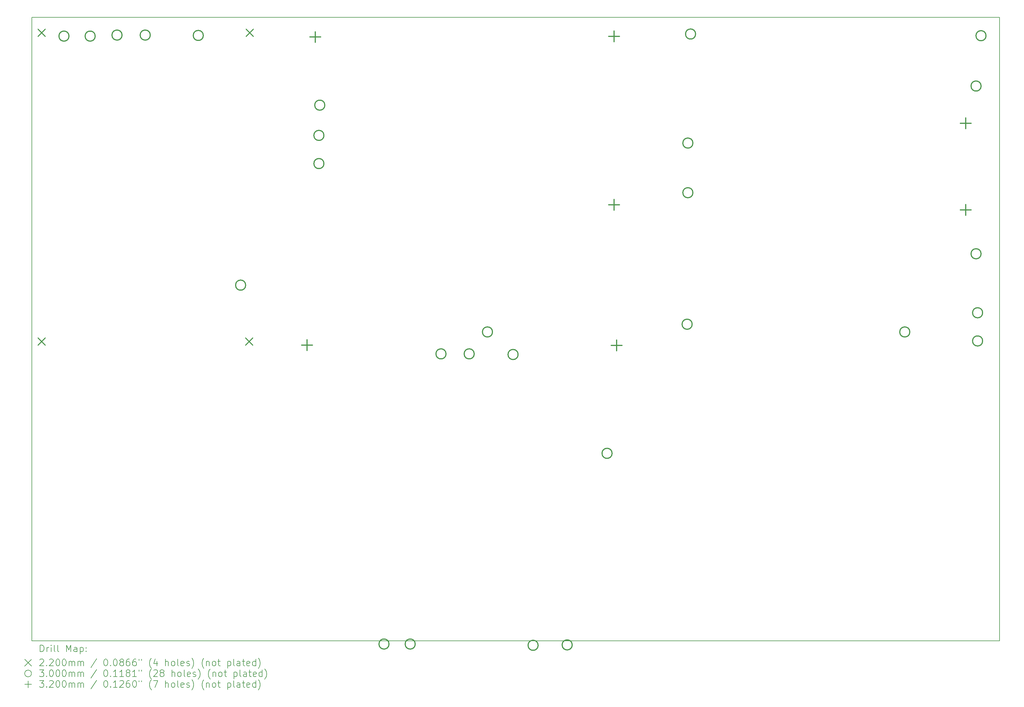
<source format=gbr>
%TF.GenerationSoftware,KiCad,Pcbnew,8.0.0*%
%TF.CreationDate,2024-03-30T18:44:11+01:00*%
%TF.ProjectId,schematic-main _ kopia,73636865-6d61-4746-9963-2d6d61696e20,rev?*%
%TF.SameCoordinates,Original*%
%TF.FileFunction,Drillmap*%
%TF.FilePolarity,Positive*%
%FSLAX45Y45*%
G04 Gerber Fmt 4.5, Leading zero omitted, Abs format (unit mm)*
G04 Created by KiCad (PCBNEW 8.0.0) date 2024-03-30 18:44:11*
%MOMM*%
%LPD*%
G01*
G04 APERTURE LIST*
%ADD10C,0.200000*%
%ADD11C,0.220000*%
%ADD12C,0.300000*%
%ADD13C,0.320000*%
G04 APERTURE END LIST*
D10*
X-9770000Y-1550000D02*
X19050000Y-1550000D01*
X19050000Y-20140000D01*
X-9770000Y-20140000D01*
X-9770000Y-1550000D01*
D11*
X-9590000Y-1900000D02*
X-9370000Y-2120000D01*
X-9370000Y-1900000D02*
X-9590000Y-2120000D01*
X-9590000Y-11100000D02*
X-9370000Y-11320000D01*
X-9370000Y-11100000D02*
X-9590000Y-11320000D01*
X-3410000Y-11100000D02*
X-3190000Y-11320000D01*
X-3190000Y-11100000D02*
X-3410000Y-11320000D01*
X-3390000Y-1900000D02*
X-3170000Y-2120000D01*
X-3170000Y-1900000D02*
X-3390000Y-2120000D01*
D12*
X-8661575Y-2112190D02*
G75*
G02*
X-8961575Y-2112190I-150000J0D01*
G01*
X-8961575Y-2112190D02*
G75*
G02*
X-8661575Y-2112190I150000J0D01*
G01*
X-7881575Y-2112190D02*
G75*
G02*
X-8181575Y-2112190I-150000J0D01*
G01*
X-8181575Y-2112190D02*
G75*
G02*
X-7881575Y-2112190I150000J0D01*
G01*
X-7081575Y-2081290D02*
G75*
G02*
X-7381575Y-2081290I-150000J0D01*
G01*
X-7381575Y-2081290D02*
G75*
G02*
X-7081575Y-2081290I150000J0D01*
G01*
X-6241575Y-2081290D02*
G75*
G02*
X-6541575Y-2081290I-150000J0D01*
G01*
X-6541575Y-2081290D02*
G75*
G02*
X-6241575Y-2081290I150000J0D01*
G01*
X-4661575Y-2092190D02*
G75*
G02*
X-4961575Y-2092190I-150000J0D01*
G01*
X-4961575Y-2092190D02*
G75*
G02*
X-4661575Y-2092190I150000J0D01*
G01*
X-3400000Y-9535000D02*
G75*
G02*
X-3700000Y-9535000I-150000J0D01*
G01*
X-3700000Y-9535000D02*
G75*
G02*
X-3400000Y-9535000I150000J0D01*
G01*
X-1068710Y-5071575D02*
G75*
G02*
X-1368710Y-5071575I-150000J0D01*
G01*
X-1368710Y-5071575D02*
G75*
G02*
X-1068710Y-5071575I150000J0D01*
G01*
X-1068710Y-5911575D02*
G75*
G02*
X-1368710Y-5911575I-150000J0D01*
G01*
X-1368710Y-5911575D02*
G75*
G02*
X-1068710Y-5911575I150000J0D01*
G01*
X-1042500Y-4170000D02*
G75*
G02*
X-1342500Y-4170000I-150000J0D01*
G01*
X-1342500Y-4170000D02*
G75*
G02*
X-1042500Y-4170000I150000J0D01*
G01*
X870000Y-20232500D02*
G75*
G02*
X570000Y-20232500I-150000J0D01*
G01*
X570000Y-20232500D02*
G75*
G02*
X870000Y-20232500I150000J0D01*
G01*
X1650000Y-20232500D02*
G75*
G02*
X1350000Y-20232500I-150000J0D01*
G01*
X1350000Y-20232500D02*
G75*
G02*
X1650000Y-20232500I150000J0D01*
G01*
X2566850Y-11583480D02*
G75*
G02*
X2266850Y-11583480I-150000J0D01*
G01*
X2266850Y-11583480D02*
G75*
G02*
X2566850Y-11583480I150000J0D01*
G01*
X3406850Y-11583480D02*
G75*
G02*
X3106850Y-11583480I-150000J0D01*
G01*
X3106850Y-11583480D02*
G75*
G02*
X3406850Y-11583480I150000J0D01*
G01*
X3951250Y-10930000D02*
G75*
G02*
X3651250Y-10930000I-150000J0D01*
G01*
X3651250Y-10930000D02*
G75*
G02*
X3951250Y-10930000I150000J0D01*
G01*
X4713425Y-11602190D02*
G75*
G02*
X4413425Y-11602190I-150000J0D01*
G01*
X4413425Y-11602190D02*
G75*
G02*
X4713425Y-11602190I150000J0D01*
G01*
X5310000Y-20270000D02*
G75*
G02*
X5010000Y-20270000I-150000J0D01*
G01*
X5010000Y-20270000D02*
G75*
G02*
X5310000Y-20270000I150000J0D01*
G01*
X6325000Y-20257810D02*
G75*
G02*
X6025000Y-20257810I-150000J0D01*
G01*
X6025000Y-20257810D02*
G75*
G02*
X6325000Y-20257810I150000J0D01*
G01*
X7512810Y-14548425D02*
G75*
G02*
X7212810Y-14548425I-150000J0D01*
G01*
X7212810Y-14548425D02*
G75*
G02*
X7512810Y-14548425I150000J0D01*
G01*
X9897500Y-10700000D02*
G75*
G02*
X9597500Y-10700000I-150000J0D01*
G01*
X9597500Y-10700000D02*
G75*
G02*
X9897500Y-10700000I150000J0D01*
G01*
X9920000Y-5300000D02*
G75*
G02*
X9620000Y-5300000I-150000J0D01*
G01*
X9620000Y-5300000D02*
G75*
G02*
X9920000Y-5300000I150000J0D01*
G01*
X9920000Y-6780000D02*
G75*
G02*
X9620000Y-6780000I-150000J0D01*
G01*
X9620000Y-6780000D02*
G75*
G02*
X9920000Y-6780000I150000J0D01*
G01*
X10000000Y-2050000D02*
G75*
G02*
X9700000Y-2050000I-150000J0D01*
G01*
X9700000Y-2050000D02*
G75*
G02*
X10000000Y-2050000I150000J0D01*
G01*
X16380000Y-10930000D02*
G75*
G02*
X16080000Y-10930000I-150000J0D01*
G01*
X16080000Y-10930000D02*
G75*
G02*
X16380000Y-10930000I150000J0D01*
G01*
X18502500Y-3600000D02*
G75*
G02*
X18202500Y-3600000I-150000J0D01*
G01*
X18202500Y-3600000D02*
G75*
G02*
X18502500Y-3600000I150000J0D01*
G01*
X18502500Y-8600000D02*
G75*
G02*
X18202500Y-8600000I-150000J0D01*
G01*
X18202500Y-8600000D02*
G75*
G02*
X18502500Y-8600000I150000J0D01*
G01*
X18548710Y-10358425D02*
G75*
G02*
X18248710Y-10358425I-150000J0D01*
G01*
X18248710Y-10358425D02*
G75*
G02*
X18548710Y-10358425I150000J0D01*
G01*
X18548710Y-11198425D02*
G75*
G02*
X18248710Y-11198425I-150000J0D01*
G01*
X18248710Y-11198425D02*
G75*
G02*
X18548710Y-11198425I150000J0D01*
G01*
X18650000Y-2100000D02*
G75*
G02*
X18350000Y-2100000I-150000J0D01*
G01*
X18350000Y-2100000D02*
G75*
G02*
X18650000Y-2100000I150000J0D01*
G01*
D13*
X-1570000Y-11160000D02*
X-1570000Y-11480000D01*
X-1730000Y-11320000D02*
X-1410000Y-11320000D01*
X-1330000Y-1980000D02*
X-1330000Y-2300000D01*
X-1490000Y-2140000D02*
X-1170000Y-2140000D01*
X7570000Y-1960000D02*
X7570000Y-2280000D01*
X7410000Y-2120000D02*
X7730000Y-2120000D01*
X7570000Y-6980000D02*
X7570000Y-7300000D01*
X7410000Y-7140000D02*
X7730000Y-7140000D01*
X7650000Y-11170000D02*
X7650000Y-11490000D01*
X7490000Y-11330000D02*
X7810000Y-11330000D01*
X18042500Y-4550000D02*
X18042500Y-4870000D01*
X17882500Y-4710000D02*
X18202500Y-4710000D01*
X18042500Y-7130000D02*
X18042500Y-7450000D01*
X17882500Y-7290000D02*
X18202500Y-7290000D01*
D10*
X-9519223Y-20461484D02*
X-9519223Y-20261484D01*
X-9519223Y-20261484D02*
X-9471604Y-20261484D01*
X-9471604Y-20261484D02*
X-9443033Y-20271008D01*
X-9443033Y-20271008D02*
X-9423985Y-20290055D01*
X-9423985Y-20290055D02*
X-9414461Y-20309103D01*
X-9414461Y-20309103D02*
X-9404937Y-20347198D01*
X-9404937Y-20347198D02*
X-9404937Y-20375770D01*
X-9404937Y-20375770D02*
X-9414461Y-20413865D01*
X-9414461Y-20413865D02*
X-9423985Y-20432912D01*
X-9423985Y-20432912D02*
X-9443033Y-20451960D01*
X-9443033Y-20451960D02*
X-9471604Y-20461484D01*
X-9471604Y-20461484D02*
X-9519223Y-20461484D01*
X-9319223Y-20461484D02*
X-9319223Y-20328150D01*
X-9319223Y-20366246D02*
X-9309699Y-20347198D01*
X-9309699Y-20347198D02*
X-9300176Y-20337674D01*
X-9300176Y-20337674D02*
X-9281128Y-20328150D01*
X-9281128Y-20328150D02*
X-9262080Y-20328150D01*
X-9195414Y-20461484D02*
X-9195414Y-20328150D01*
X-9195414Y-20261484D02*
X-9204937Y-20271008D01*
X-9204937Y-20271008D02*
X-9195414Y-20280531D01*
X-9195414Y-20280531D02*
X-9185890Y-20271008D01*
X-9185890Y-20271008D02*
X-9195414Y-20261484D01*
X-9195414Y-20261484D02*
X-9195414Y-20280531D01*
X-9071604Y-20461484D02*
X-9090652Y-20451960D01*
X-9090652Y-20451960D02*
X-9100176Y-20432912D01*
X-9100176Y-20432912D02*
X-9100176Y-20261484D01*
X-8966842Y-20461484D02*
X-8985890Y-20451960D01*
X-8985890Y-20451960D02*
X-8995414Y-20432912D01*
X-8995414Y-20432912D02*
X-8995414Y-20261484D01*
X-8738271Y-20461484D02*
X-8738271Y-20261484D01*
X-8738271Y-20261484D02*
X-8671604Y-20404341D01*
X-8671604Y-20404341D02*
X-8604937Y-20261484D01*
X-8604937Y-20261484D02*
X-8604937Y-20461484D01*
X-8423985Y-20461484D02*
X-8423985Y-20356722D01*
X-8423985Y-20356722D02*
X-8433509Y-20337674D01*
X-8433509Y-20337674D02*
X-8452556Y-20328150D01*
X-8452556Y-20328150D02*
X-8490652Y-20328150D01*
X-8490652Y-20328150D02*
X-8509699Y-20337674D01*
X-8423985Y-20451960D02*
X-8443033Y-20461484D01*
X-8443033Y-20461484D02*
X-8490652Y-20461484D01*
X-8490652Y-20461484D02*
X-8509699Y-20451960D01*
X-8509699Y-20451960D02*
X-8519223Y-20432912D01*
X-8519223Y-20432912D02*
X-8519223Y-20413865D01*
X-8519223Y-20413865D02*
X-8509699Y-20394817D01*
X-8509699Y-20394817D02*
X-8490652Y-20385293D01*
X-8490652Y-20385293D02*
X-8443033Y-20385293D01*
X-8443033Y-20385293D02*
X-8423985Y-20375770D01*
X-8328747Y-20328150D02*
X-8328747Y-20528150D01*
X-8328747Y-20337674D02*
X-8309699Y-20328150D01*
X-8309699Y-20328150D02*
X-8271604Y-20328150D01*
X-8271604Y-20328150D02*
X-8252556Y-20337674D01*
X-8252556Y-20337674D02*
X-8243033Y-20347198D01*
X-8243033Y-20347198D02*
X-8233509Y-20366246D01*
X-8233509Y-20366246D02*
X-8233509Y-20423389D01*
X-8233509Y-20423389D02*
X-8243033Y-20442436D01*
X-8243033Y-20442436D02*
X-8252556Y-20451960D01*
X-8252556Y-20451960D02*
X-8271604Y-20461484D01*
X-8271604Y-20461484D02*
X-8309699Y-20461484D01*
X-8309699Y-20461484D02*
X-8328747Y-20451960D01*
X-8147794Y-20442436D02*
X-8138271Y-20451960D01*
X-8138271Y-20451960D02*
X-8147794Y-20461484D01*
X-8147794Y-20461484D02*
X-8157318Y-20451960D01*
X-8157318Y-20451960D02*
X-8147794Y-20442436D01*
X-8147794Y-20442436D02*
X-8147794Y-20461484D01*
X-8147794Y-20337674D02*
X-8138271Y-20347198D01*
X-8138271Y-20347198D02*
X-8147794Y-20356722D01*
X-8147794Y-20356722D02*
X-8157318Y-20347198D01*
X-8157318Y-20347198D02*
X-8147794Y-20337674D01*
X-8147794Y-20337674D02*
X-8147794Y-20356722D01*
X-9980000Y-20690000D02*
X-9780000Y-20890000D01*
X-9780000Y-20690000D02*
X-9980000Y-20890000D01*
X-9528747Y-20700531D02*
X-9519223Y-20691008D01*
X-9519223Y-20691008D02*
X-9500176Y-20681484D01*
X-9500176Y-20681484D02*
X-9452556Y-20681484D01*
X-9452556Y-20681484D02*
X-9433509Y-20691008D01*
X-9433509Y-20691008D02*
X-9423985Y-20700531D01*
X-9423985Y-20700531D02*
X-9414461Y-20719579D01*
X-9414461Y-20719579D02*
X-9414461Y-20738627D01*
X-9414461Y-20738627D02*
X-9423985Y-20767198D01*
X-9423985Y-20767198D02*
X-9538271Y-20881484D01*
X-9538271Y-20881484D02*
X-9414461Y-20881484D01*
X-9328747Y-20862436D02*
X-9319223Y-20871960D01*
X-9319223Y-20871960D02*
X-9328747Y-20881484D01*
X-9328747Y-20881484D02*
X-9338271Y-20871960D01*
X-9338271Y-20871960D02*
X-9328747Y-20862436D01*
X-9328747Y-20862436D02*
X-9328747Y-20881484D01*
X-9243033Y-20700531D02*
X-9233509Y-20691008D01*
X-9233509Y-20691008D02*
X-9214461Y-20681484D01*
X-9214461Y-20681484D02*
X-9166842Y-20681484D01*
X-9166842Y-20681484D02*
X-9147795Y-20691008D01*
X-9147795Y-20691008D02*
X-9138271Y-20700531D01*
X-9138271Y-20700531D02*
X-9128747Y-20719579D01*
X-9128747Y-20719579D02*
X-9128747Y-20738627D01*
X-9128747Y-20738627D02*
X-9138271Y-20767198D01*
X-9138271Y-20767198D02*
X-9252556Y-20881484D01*
X-9252556Y-20881484D02*
X-9128747Y-20881484D01*
X-9004937Y-20681484D02*
X-8985890Y-20681484D01*
X-8985890Y-20681484D02*
X-8966842Y-20691008D01*
X-8966842Y-20691008D02*
X-8957318Y-20700531D01*
X-8957318Y-20700531D02*
X-8947795Y-20719579D01*
X-8947795Y-20719579D02*
X-8938271Y-20757674D01*
X-8938271Y-20757674D02*
X-8938271Y-20805293D01*
X-8938271Y-20805293D02*
X-8947795Y-20843389D01*
X-8947795Y-20843389D02*
X-8957318Y-20862436D01*
X-8957318Y-20862436D02*
X-8966842Y-20871960D01*
X-8966842Y-20871960D02*
X-8985890Y-20881484D01*
X-8985890Y-20881484D02*
X-9004937Y-20881484D01*
X-9004937Y-20881484D02*
X-9023985Y-20871960D01*
X-9023985Y-20871960D02*
X-9033509Y-20862436D01*
X-9033509Y-20862436D02*
X-9043033Y-20843389D01*
X-9043033Y-20843389D02*
X-9052556Y-20805293D01*
X-9052556Y-20805293D02*
X-9052556Y-20757674D01*
X-9052556Y-20757674D02*
X-9043033Y-20719579D01*
X-9043033Y-20719579D02*
X-9033509Y-20700531D01*
X-9033509Y-20700531D02*
X-9023985Y-20691008D01*
X-9023985Y-20691008D02*
X-9004937Y-20681484D01*
X-8814461Y-20681484D02*
X-8795414Y-20681484D01*
X-8795414Y-20681484D02*
X-8776366Y-20691008D01*
X-8776366Y-20691008D02*
X-8766842Y-20700531D01*
X-8766842Y-20700531D02*
X-8757318Y-20719579D01*
X-8757318Y-20719579D02*
X-8747795Y-20757674D01*
X-8747795Y-20757674D02*
X-8747795Y-20805293D01*
X-8747795Y-20805293D02*
X-8757318Y-20843389D01*
X-8757318Y-20843389D02*
X-8766842Y-20862436D01*
X-8766842Y-20862436D02*
X-8776366Y-20871960D01*
X-8776366Y-20871960D02*
X-8795414Y-20881484D01*
X-8795414Y-20881484D02*
X-8814461Y-20881484D01*
X-8814461Y-20881484D02*
X-8833509Y-20871960D01*
X-8833509Y-20871960D02*
X-8843033Y-20862436D01*
X-8843033Y-20862436D02*
X-8852556Y-20843389D01*
X-8852556Y-20843389D02*
X-8862080Y-20805293D01*
X-8862080Y-20805293D02*
X-8862080Y-20757674D01*
X-8862080Y-20757674D02*
X-8852556Y-20719579D01*
X-8852556Y-20719579D02*
X-8843033Y-20700531D01*
X-8843033Y-20700531D02*
X-8833509Y-20691008D01*
X-8833509Y-20691008D02*
X-8814461Y-20681484D01*
X-8662080Y-20881484D02*
X-8662080Y-20748150D01*
X-8662080Y-20767198D02*
X-8652556Y-20757674D01*
X-8652556Y-20757674D02*
X-8633509Y-20748150D01*
X-8633509Y-20748150D02*
X-8604937Y-20748150D01*
X-8604937Y-20748150D02*
X-8585890Y-20757674D01*
X-8585890Y-20757674D02*
X-8576366Y-20776722D01*
X-8576366Y-20776722D02*
X-8576366Y-20881484D01*
X-8576366Y-20776722D02*
X-8566842Y-20757674D01*
X-8566842Y-20757674D02*
X-8547795Y-20748150D01*
X-8547795Y-20748150D02*
X-8519223Y-20748150D01*
X-8519223Y-20748150D02*
X-8500175Y-20757674D01*
X-8500175Y-20757674D02*
X-8490652Y-20776722D01*
X-8490652Y-20776722D02*
X-8490652Y-20881484D01*
X-8395414Y-20881484D02*
X-8395414Y-20748150D01*
X-8395414Y-20767198D02*
X-8385890Y-20757674D01*
X-8385890Y-20757674D02*
X-8366842Y-20748150D01*
X-8366842Y-20748150D02*
X-8338271Y-20748150D01*
X-8338271Y-20748150D02*
X-8319223Y-20757674D01*
X-8319223Y-20757674D02*
X-8309699Y-20776722D01*
X-8309699Y-20776722D02*
X-8309699Y-20881484D01*
X-8309699Y-20776722D02*
X-8300175Y-20757674D01*
X-8300175Y-20757674D02*
X-8281128Y-20748150D01*
X-8281128Y-20748150D02*
X-8252556Y-20748150D01*
X-8252556Y-20748150D02*
X-8233509Y-20757674D01*
X-8233509Y-20757674D02*
X-8223985Y-20776722D01*
X-8223985Y-20776722D02*
X-8223985Y-20881484D01*
X-7833509Y-20671960D02*
X-8004937Y-20929103D01*
X-7576366Y-20681484D02*
X-7557318Y-20681484D01*
X-7557318Y-20681484D02*
X-7538270Y-20691008D01*
X-7538270Y-20691008D02*
X-7528747Y-20700531D01*
X-7528747Y-20700531D02*
X-7519223Y-20719579D01*
X-7519223Y-20719579D02*
X-7509699Y-20757674D01*
X-7509699Y-20757674D02*
X-7509699Y-20805293D01*
X-7509699Y-20805293D02*
X-7519223Y-20843389D01*
X-7519223Y-20843389D02*
X-7528747Y-20862436D01*
X-7528747Y-20862436D02*
X-7538270Y-20871960D01*
X-7538270Y-20871960D02*
X-7557318Y-20881484D01*
X-7557318Y-20881484D02*
X-7576366Y-20881484D01*
X-7576366Y-20881484D02*
X-7595413Y-20871960D01*
X-7595413Y-20871960D02*
X-7604937Y-20862436D01*
X-7604937Y-20862436D02*
X-7614461Y-20843389D01*
X-7614461Y-20843389D02*
X-7623985Y-20805293D01*
X-7623985Y-20805293D02*
X-7623985Y-20757674D01*
X-7623985Y-20757674D02*
X-7614461Y-20719579D01*
X-7614461Y-20719579D02*
X-7604937Y-20700531D01*
X-7604937Y-20700531D02*
X-7595413Y-20691008D01*
X-7595413Y-20691008D02*
X-7576366Y-20681484D01*
X-7423985Y-20862436D02*
X-7414461Y-20871960D01*
X-7414461Y-20871960D02*
X-7423985Y-20881484D01*
X-7423985Y-20881484D02*
X-7433509Y-20871960D01*
X-7433509Y-20871960D02*
X-7423985Y-20862436D01*
X-7423985Y-20862436D02*
X-7423985Y-20881484D01*
X-7290651Y-20681484D02*
X-7271604Y-20681484D01*
X-7271604Y-20681484D02*
X-7252556Y-20691008D01*
X-7252556Y-20691008D02*
X-7243032Y-20700531D01*
X-7243032Y-20700531D02*
X-7233509Y-20719579D01*
X-7233509Y-20719579D02*
X-7223985Y-20757674D01*
X-7223985Y-20757674D02*
X-7223985Y-20805293D01*
X-7223985Y-20805293D02*
X-7233509Y-20843389D01*
X-7233509Y-20843389D02*
X-7243032Y-20862436D01*
X-7243032Y-20862436D02*
X-7252556Y-20871960D01*
X-7252556Y-20871960D02*
X-7271604Y-20881484D01*
X-7271604Y-20881484D02*
X-7290651Y-20881484D01*
X-7290651Y-20881484D02*
X-7309699Y-20871960D01*
X-7309699Y-20871960D02*
X-7319223Y-20862436D01*
X-7319223Y-20862436D02*
X-7328747Y-20843389D01*
X-7328747Y-20843389D02*
X-7338270Y-20805293D01*
X-7338270Y-20805293D02*
X-7338270Y-20757674D01*
X-7338270Y-20757674D02*
X-7328747Y-20719579D01*
X-7328747Y-20719579D02*
X-7319223Y-20700531D01*
X-7319223Y-20700531D02*
X-7309699Y-20691008D01*
X-7309699Y-20691008D02*
X-7290651Y-20681484D01*
X-7109699Y-20767198D02*
X-7128747Y-20757674D01*
X-7128747Y-20757674D02*
X-7138270Y-20748150D01*
X-7138270Y-20748150D02*
X-7147794Y-20729103D01*
X-7147794Y-20729103D02*
X-7147794Y-20719579D01*
X-7147794Y-20719579D02*
X-7138270Y-20700531D01*
X-7138270Y-20700531D02*
X-7128747Y-20691008D01*
X-7128747Y-20691008D02*
X-7109699Y-20681484D01*
X-7109699Y-20681484D02*
X-7071604Y-20681484D01*
X-7071604Y-20681484D02*
X-7052556Y-20691008D01*
X-7052556Y-20691008D02*
X-7043032Y-20700531D01*
X-7043032Y-20700531D02*
X-7033509Y-20719579D01*
X-7033509Y-20719579D02*
X-7033509Y-20729103D01*
X-7033509Y-20729103D02*
X-7043032Y-20748150D01*
X-7043032Y-20748150D02*
X-7052556Y-20757674D01*
X-7052556Y-20757674D02*
X-7071604Y-20767198D01*
X-7071604Y-20767198D02*
X-7109699Y-20767198D01*
X-7109699Y-20767198D02*
X-7128747Y-20776722D01*
X-7128747Y-20776722D02*
X-7138270Y-20786246D01*
X-7138270Y-20786246D02*
X-7147794Y-20805293D01*
X-7147794Y-20805293D02*
X-7147794Y-20843389D01*
X-7147794Y-20843389D02*
X-7138270Y-20862436D01*
X-7138270Y-20862436D02*
X-7128747Y-20871960D01*
X-7128747Y-20871960D02*
X-7109699Y-20881484D01*
X-7109699Y-20881484D02*
X-7071604Y-20881484D01*
X-7071604Y-20881484D02*
X-7052556Y-20871960D01*
X-7052556Y-20871960D02*
X-7043032Y-20862436D01*
X-7043032Y-20862436D02*
X-7033509Y-20843389D01*
X-7033509Y-20843389D02*
X-7033509Y-20805293D01*
X-7033509Y-20805293D02*
X-7043032Y-20786246D01*
X-7043032Y-20786246D02*
X-7052556Y-20776722D01*
X-7052556Y-20776722D02*
X-7071604Y-20767198D01*
X-6862080Y-20681484D02*
X-6900175Y-20681484D01*
X-6900175Y-20681484D02*
X-6919223Y-20691008D01*
X-6919223Y-20691008D02*
X-6928747Y-20700531D01*
X-6928747Y-20700531D02*
X-6947794Y-20729103D01*
X-6947794Y-20729103D02*
X-6957318Y-20767198D01*
X-6957318Y-20767198D02*
X-6957318Y-20843389D01*
X-6957318Y-20843389D02*
X-6947794Y-20862436D01*
X-6947794Y-20862436D02*
X-6938270Y-20871960D01*
X-6938270Y-20871960D02*
X-6919223Y-20881484D01*
X-6919223Y-20881484D02*
X-6881128Y-20881484D01*
X-6881128Y-20881484D02*
X-6862080Y-20871960D01*
X-6862080Y-20871960D02*
X-6852556Y-20862436D01*
X-6852556Y-20862436D02*
X-6843032Y-20843389D01*
X-6843032Y-20843389D02*
X-6843032Y-20795770D01*
X-6843032Y-20795770D02*
X-6852556Y-20776722D01*
X-6852556Y-20776722D02*
X-6862080Y-20767198D01*
X-6862080Y-20767198D02*
X-6881128Y-20757674D01*
X-6881128Y-20757674D02*
X-6919223Y-20757674D01*
X-6919223Y-20757674D02*
X-6938270Y-20767198D01*
X-6938270Y-20767198D02*
X-6947794Y-20776722D01*
X-6947794Y-20776722D02*
X-6957318Y-20795770D01*
X-6671604Y-20681484D02*
X-6709699Y-20681484D01*
X-6709699Y-20681484D02*
X-6728747Y-20691008D01*
X-6728747Y-20691008D02*
X-6738270Y-20700531D01*
X-6738270Y-20700531D02*
X-6757318Y-20729103D01*
X-6757318Y-20729103D02*
X-6766842Y-20767198D01*
X-6766842Y-20767198D02*
X-6766842Y-20843389D01*
X-6766842Y-20843389D02*
X-6757318Y-20862436D01*
X-6757318Y-20862436D02*
X-6747794Y-20871960D01*
X-6747794Y-20871960D02*
X-6728747Y-20881484D01*
X-6728747Y-20881484D02*
X-6690651Y-20881484D01*
X-6690651Y-20881484D02*
X-6671604Y-20871960D01*
X-6671604Y-20871960D02*
X-6662080Y-20862436D01*
X-6662080Y-20862436D02*
X-6652556Y-20843389D01*
X-6652556Y-20843389D02*
X-6652556Y-20795770D01*
X-6652556Y-20795770D02*
X-6662080Y-20776722D01*
X-6662080Y-20776722D02*
X-6671604Y-20767198D01*
X-6671604Y-20767198D02*
X-6690651Y-20757674D01*
X-6690651Y-20757674D02*
X-6728747Y-20757674D01*
X-6728747Y-20757674D02*
X-6747794Y-20767198D01*
X-6747794Y-20767198D02*
X-6757318Y-20776722D01*
X-6757318Y-20776722D02*
X-6766842Y-20795770D01*
X-6576366Y-20681484D02*
X-6576366Y-20719579D01*
X-6500175Y-20681484D02*
X-6500175Y-20719579D01*
X-6204937Y-20957674D02*
X-6214461Y-20948150D01*
X-6214461Y-20948150D02*
X-6233508Y-20919579D01*
X-6233508Y-20919579D02*
X-6243032Y-20900531D01*
X-6243032Y-20900531D02*
X-6252556Y-20871960D01*
X-6252556Y-20871960D02*
X-6262080Y-20824341D01*
X-6262080Y-20824341D02*
X-6262080Y-20786246D01*
X-6262080Y-20786246D02*
X-6252556Y-20738627D01*
X-6252556Y-20738627D02*
X-6243032Y-20710055D01*
X-6243032Y-20710055D02*
X-6233508Y-20691008D01*
X-6233508Y-20691008D02*
X-6214461Y-20662436D01*
X-6214461Y-20662436D02*
X-6204937Y-20652912D01*
X-6043032Y-20748150D02*
X-6043032Y-20881484D01*
X-6090651Y-20671960D02*
X-6138270Y-20814817D01*
X-6138270Y-20814817D02*
X-6014461Y-20814817D01*
X-5785889Y-20881484D02*
X-5785889Y-20681484D01*
X-5700175Y-20881484D02*
X-5700175Y-20776722D01*
X-5700175Y-20776722D02*
X-5709699Y-20757674D01*
X-5709699Y-20757674D02*
X-5728746Y-20748150D01*
X-5728746Y-20748150D02*
X-5757318Y-20748150D01*
X-5757318Y-20748150D02*
X-5776366Y-20757674D01*
X-5776366Y-20757674D02*
X-5785889Y-20767198D01*
X-5576366Y-20881484D02*
X-5595413Y-20871960D01*
X-5595413Y-20871960D02*
X-5604937Y-20862436D01*
X-5604937Y-20862436D02*
X-5614461Y-20843389D01*
X-5614461Y-20843389D02*
X-5614461Y-20786246D01*
X-5614461Y-20786246D02*
X-5604937Y-20767198D01*
X-5604937Y-20767198D02*
X-5595413Y-20757674D01*
X-5595413Y-20757674D02*
X-5576366Y-20748150D01*
X-5576366Y-20748150D02*
X-5547794Y-20748150D01*
X-5547794Y-20748150D02*
X-5528747Y-20757674D01*
X-5528747Y-20757674D02*
X-5519223Y-20767198D01*
X-5519223Y-20767198D02*
X-5509699Y-20786246D01*
X-5509699Y-20786246D02*
X-5509699Y-20843389D01*
X-5509699Y-20843389D02*
X-5519223Y-20862436D01*
X-5519223Y-20862436D02*
X-5528747Y-20871960D01*
X-5528747Y-20871960D02*
X-5547794Y-20881484D01*
X-5547794Y-20881484D02*
X-5576366Y-20881484D01*
X-5395413Y-20881484D02*
X-5414461Y-20871960D01*
X-5414461Y-20871960D02*
X-5423985Y-20852912D01*
X-5423985Y-20852912D02*
X-5423985Y-20681484D01*
X-5243032Y-20871960D02*
X-5262080Y-20881484D01*
X-5262080Y-20881484D02*
X-5300175Y-20881484D01*
X-5300175Y-20881484D02*
X-5319223Y-20871960D01*
X-5319223Y-20871960D02*
X-5328747Y-20852912D01*
X-5328747Y-20852912D02*
X-5328747Y-20776722D01*
X-5328747Y-20776722D02*
X-5319223Y-20757674D01*
X-5319223Y-20757674D02*
X-5300175Y-20748150D01*
X-5300175Y-20748150D02*
X-5262080Y-20748150D01*
X-5262080Y-20748150D02*
X-5243032Y-20757674D01*
X-5243032Y-20757674D02*
X-5233508Y-20776722D01*
X-5233508Y-20776722D02*
X-5233508Y-20795770D01*
X-5233508Y-20795770D02*
X-5328747Y-20814817D01*
X-5157318Y-20871960D02*
X-5138270Y-20881484D01*
X-5138270Y-20881484D02*
X-5100175Y-20881484D01*
X-5100175Y-20881484D02*
X-5081127Y-20871960D01*
X-5081127Y-20871960D02*
X-5071604Y-20852912D01*
X-5071604Y-20852912D02*
X-5071604Y-20843389D01*
X-5071604Y-20843389D02*
X-5081127Y-20824341D01*
X-5081127Y-20824341D02*
X-5100175Y-20814817D01*
X-5100175Y-20814817D02*
X-5128747Y-20814817D01*
X-5128747Y-20814817D02*
X-5147794Y-20805293D01*
X-5147794Y-20805293D02*
X-5157318Y-20786246D01*
X-5157318Y-20786246D02*
X-5157318Y-20776722D01*
X-5157318Y-20776722D02*
X-5147794Y-20757674D01*
X-5147794Y-20757674D02*
X-5128747Y-20748150D01*
X-5128747Y-20748150D02*
X-5100175Y-20748150D01*
X-5100175Y-20748150D02*
X-5081127Y-20757674D01*
X-5004937Y-20957674D02*
X-4995413Y-20948150D01*
X-4995413Y-20948150D02*
X-4976366Y-20919579D01*
X-4976366Y-20919579D02*
X-4966842Y-20900531D01*
X-4966842Y-20900531D02*
X-4957318Y-20871960D01*
X-4957318Y-20871960D02*
X-4947794Y-20824341D01*
X-4947794Y-20824341D02*
X-4947794Y-20786246D01*
X-4947794Y-20786246D02*
X-4957318Y-20738627D01*
X-4957318Y-20738627D02*
X-4966842Y-20710055D01*
X-4966842Y-20710055D02*
X-4976366Y-20691008D01*
X-4976366Y-20691008D02*
X-4995413Y-20662436D01*
X-4995413Y-20662436D02*
X-5004937Y-20652912D01*
X-4643032Y-20957674D02*
X-4652556Y-20948150D01*
X-4652556Y-20948150D02*
X-4671604Y-20919579D01*
X-4671604Y-20919579D02*
X-4681127Y-20900531D01*
X-4681127Y-20900531D02*
X-4690651Y-20871960D01*
X-4690651Y-20871960D02*
X-4700175Y-20824341D01*
X-4700175Y-20824341D02*
X-4700175Y-20786246D01*
X-4700175Y-20786246D02*
X-4690651Y-20738627D01*
X-4690651Y-20738627D02*
X-4681127Y-20710055D01*
X-4681127Y-20710055D02*
X-4671604Y-20691008D01*
X-4671604Y-20691008D02*
X-4652556Y-20662436D01*
X-4652556Y-20662436D02*
X-4643032Y-20652912D01*
X-4566842Y-20748150D02*
X-4566842Y-20881484D01*
X-4566842Y-20767198D02*
X-4557318Y-20757674D01*
X-4557318Y-20757674D02*
X-4538270Y-20748150D01*
X-4538270Y-20748150D02*
X-4509699Y-20748150D01*
X-4509699Y-20748150D02*
X-4490651Y-20757674D01*
X-4490651Y-20757674D02*
X-4481127Y-20776722D01*
X-4481127Y-20776722D02*
X-4481127Y-20881484D01*
X-4357318Y-20881484D02*
X-4376366Y-20871960D01*
X-4376366Y-20871960D02*
X-4385889Y-20862436D01*
X-4385889Y-20862436D02*
X-4395413Y-20843389D01*
X-4395413Y-20843389D02*
X-4395413Y-20786246D01*
X-4395413Y-20786246D02*
X-4385889Y-20767198D01*
X-4385889Y-20767198D02*
X-4376366Y-20757674D01*
X-4376366Y-20757674D02*
X-4357318Y-20748150D01*
X-4357318Y-20748150D02*
X-4328746Y-20748150D01*
X-4328746Y-20748150D02*
X-4309699Y-20757674D01*
X-4309699Y-20757674D02*
X-4300175Y-20767198D01*
X-4300175Y-20767198D02*
X-4290651Y-20786246D01*
X-4290651Y-20786246D02*
X-4290651Y-20843389D01*
X-4290651Y-20843389D02*
X-4300175Y-20862436D01*
X-4300175Y-20862436D02*
X-4309699Y-20871960D01*
X-4309699Y-20871960D02*
X-4328746Y-20881484D01*
X-4328746Y-20881484D02*
X-4357318Y-20881484D01*
X-4233508Y-20748150D02*
X-4157318Y-20748150D01*
X-4204937Y-20681484D02*
X-4204937Y-20852912D01*
X-4204937Y-20852912D02*
X-4195413Y-20871960D01*
X-4195413Y-20871960D02*
X-4176365Y-20881484D01*
X-4176365Y-20881484D02*
X-4157318Y-20881484D01*
X-3938270Y-20748150D02*
X-3938270Y-20948150D01*
X-3938270Y-20757674D02*
X-3919223Y-20748150D01*
X-3919223Y-20748150D02*
X-3881127Y-20748150D01*
X-3881127Y-20748150D02*
X-3862080Y-20757674D01*
X-3862080Y-20757674D02*
X-3852556Y-20767198D01*
X-3852556Y-20767198D02*
X-3843032Y-20786246D01*
X-3843032Y-20786246D02*
X-3843032Y-20843389D01*
X-3843032Y-20843389D02*
X-3852556Y-20862436D01*
X-3852556Y-20862436D02*
X-3862080Y-20871960D01*
X-3862080Y-20871960D02*
X-3881127Y-20881484D01*
X-3881127Y-20881484D02*
X-3919223Y-20881484D01*
X-3919223Y-20881484D02*
X-3938270Y-20871960D01*
X-3728746Y-20881484D02*
X-3747794Y-20871960D01*
X-3747794Y-20871960D02*
X-3757318Y-20852912D01*
X-3757318Y-20852912D02*
X-3757318Y-20681484D01*
X-3566842Y-20881484D02*
X-3566842Y-20776722D01*
X-3566842Y-20776722D02*
X-3576365Y-20757674D01*
X-3576365Y-20757674D02*
X-3595413Y-20748150D01*
X-3595413Y-20748150D02*
X-3633508Y-20748150D01*
X-3633508Y-20748150D02*
X-3652556Y-20757674D01*
X-3566842Y-20871960D02*
X-3585889Y-20881484D01*
X-3585889Y-20881484D02*
X-3633508Y-20881484D01*
X-3633508Y-20881484D02*
X-3652556Y-20871960D01*
X-3652556Y-20871960D02*
X-3662080Y-20852912D01*
X-3662080Y-20852912D02*
X-3662080Y-20833865D01*
X-3662080Y-20833865D02*
X-3652556Y-20814817D01*
X-3652556Y-20814817D02*
X-3633508Y-20805293D01*
X-3633508Y-20805293D02*
X-3585889Y-20805293D01*
X-3585889Y-20805293D02*
X-3566842Y-20795770D01*
X-3500175Y-20748150D02*
X-3423984Y-20748150D01*
X-3471603Y-20681484D02*
X-3471603Y-20852912D01*
X-3471603Y-20852912D02*
X-3462080Y-20871960D01*
X-3462080Y-20871960D02*
X-3443032Y-20881484D01*
X-3443032Y-20881484D02*
X-3423984Y-20881484D01*
X-3281127Y-20871960D02*
X-3300175Y-20881484D01*
X-3300175Y-20881484D02*
X-3338270Y-20881484D01*
X-3338270Y-20881484D02*
X-3357318Y-20871960D01*
X-3357318Y-20871960D02*
X-3366842Y-20852912D01*
X-3366842Y-20852912D02*
X-3366842Y-20776722D01*
X-3366842Y-20776722D02*
X-3357318Y-20757674D01*
X-3357318Y-20757674D02*
X-3338270Y-20748150D01*
X-3338270Y-20748150D02*
X-3300175Y-20748150D01*
X-3300175Y-20748150D02*
X-3281127Y-20757674D01*
X-3281127Y-20757674D02*
X-3271603Y-20776722D01*
X-3271603Y-20776722D02*
X-3271603Y-20795770D01*
X-3271603Y-20795770D02*
X-3366842Y-20814817D01*
X-3100175Y-20881484D02*
X-3100175Y-20681484D01*
X-3100175Y-20871960D02*
X-3119222Y-20881484D01*
X-3119222Y-20881484D02*
X-3157318Y-20881484D01*
X-3157318Y-20881484D02*
X-3176365Y-20871960D01*
X-3176365Y-20871960D02*
X-3185889Y-20862436D01*
X-3185889Y-20862436D02*
X-3195413Y-20843389D01*
X-3195413Y-20843389D02*
X-3195413Y-20786246D01*
X-3195413Y-20786246D02*
X-3185889Y-20767198D01*
X-3185889Y-20767198D02*
X-3176365Y-20757674D01*
X-3176365Y-20757674D02*
X-3157318Y-20748150D01*
X-3157318Y-20748150D02*
X-3119222Y-20748150D01*
X-3119222Y-20748150D02*
X-3100175Y-20757674D01*
X-3023984Y-20957674D02*
X-3014461Y-20948150D01*
X-3014461Y-20948150D02*
X-2995413Y-20919579D01*
X-2995413Y-20919579D02*
X-2985889Y-20900531D01*
X-2985889Y-20900531D02*
X-2976365Y-20871960D01*
X-2976365Y-20871960D02*
X-2966842Y-20824341D01*
X-2966842Y-20824341D02*
X-2966842Y-20786246D01*
X-2966842Y-20786246D02*
X-2976365Y-20738627D01*
X-2976365Y-20738627D02*
X-2985889Y-20710055D01*
X-2985889Y-20710055D02*
X-2995413Y-20691008D01*
X-2995413Y-20691008D02*
X-3014461Y-20662436D01*
X-3014461Y-20662436D02*
X-3023984Y-20652912D01*
X-9780000Y-21110000D02*
G75*
G02*
X-9980000Y-21110000I-100000J0D01*
G01*
X-9980000Y-21110000D02*
G75*
G02*
X-9780000Y-21110000I100000J0D01*
G01*
X-9538271Y-21001484D02*
X-9414461Y-21001484D01*
X-9414461Y-21001484D02*
X-9481128Y-21077674D01*
X-9481128Y-21077674D02*
X-9452556Y-21077674D01*
X-9452556Y-21077674D02*
X-9433509Y-21087198D01*
X-9433509Y-21087198D02*
X-9423985Y-21096722D01*
X-9423985Y-21096722D02*
X-9414461Y-21115770D01*
X-9414461Y-21115770D02*
X-9414461Y-21163389D01*
X-9414461Y-21163389D02*
X-9423985Y-21182436D01*
X-9423985Y-21182436D02*
X-9433509Y-21191960D01*
X-9433509Y-21191960D02*
X-9452556Y-21201484D01*
X-9452556Y-21201484D02*
X-9509699Y-21201484D01*
X-9509699Y-21201484D02*
X-9528747Y-21191960D01*
X-9528747Y-21191960D02*
X-9538271Y-21182436D01*
X-9328747Y-21182436D02*
X-9319223Y-21191960D01*
X-9319223Y-21191960D02*
X-9328747Y-21201484D01*
X-9328747Y-21201484D02*
X-9338271Y-21191960D01*
X-9338271Y-21191960D02*
X-9328747Y-21182436D01*
X-9328747Y-21182436D02*
X-9328747Y-21201484D01*
X-9195414Y-21001484D02*
X-9176366Y-21001484D01*
X-9176366Y-21001484D02*
X-9157318Y-21011008D01*
X-9157318Y-21011008D02*
X-9147795Y-21020531D01*
X-9147795Y-21020531D02*
X-9138271Y-21039579D01*
X-9138271Y-21039579D02*
X-9128747Y-21077674D01*
X-9128747Y-21077674D02*
X-9128747Y-21125293D01*
X-9128747Y-21125293D02*
X-9138271Y-21163389D01*
X-9138271Y-21163389D02*
X-9147795Y-21182436D01*
X-9147795Y-21182436D02*
X-9157318Y-21191960D01*
X-9157318Y-21191960D02*
X-9176366Y-21201484D01*
X-9176366Y-21201484D02*
X-9195414Y-21201484D01*
X-9195414Y-21201484D02*
X-9214461Y-21191960D01*
X-9214461Y-21191960D02*
X-9223985Y-21182436D01*
X-9223985Y-21182436D02*
X-9233509Y-21163389D01*
X-9233509Y-21163389D02*
X-9243033Y-21125293D01*
X-9243033Y-21125293D02*
X-9243033Y-21077674D01*
X-9243033Y-21077674D02*
X-9233509Y-21039579D01*
X-9233509Y-21039579D02*
X-9223985Y-21020531D01*
X-9223985Y-21020531D02*
X-9214461Y-21011008D01*
X-9214461Y-21011008D02*
X-9195414Y-21001484D01*
X-9004937Y-21001484D02*
X-8985890Y-21001484D01*
X-8985890Y-21001484D02*
X-8966842Y-21011008D01*
X-8966842Y-21011008D02*
X-8957318Y-21020531D01*
X-8957318Y-21020531D02*
X-8947795Y-21039579D01*
X-8947795Y-21039579D02*
X-8938271Y-21077674D01*
X-8938271Y-21077674D02*
X-8938271Y-21125293D01*
X-8938271Y-21125293D02*
X-8947795Y-21163389D01*
X-8947795Y-21163389D02*
X-8957318Y-21182436D01*
X-8957318Y-21182436D02*
X-8966842Y-21191960D01*
X-8966842Y-21191960D02*
X-8985890Y-21201484D01*
X-8985890Y-21201484D02*
X-9004937Y-21201484D01*
X-9004937Y-21201484D02*
X-9023985Y-21191960D01*
X-9023985Y-21191960D02*
X-9033509Y-21182436D01*
X-9033509Y-21182436D02*
X-9043033Y-21163389D01*
X-9043033Y-21163389D02*
X-9052556Y-21125293D01*
X-9052556Y-21125293D02*
X-9052556Y-21077674D01*
X-9052556Y-21077674D02*
X-9043033Y-21039579D01*
X-9043033Y-21039579D02*
X-9033509Y-21020531D01*
X-9033509Y-21020531D02*
X-9023985Y-21011008D01*
X-9023985Y-21011008D02*
X-9004937Y-21001484D01*
X-8814461Y-21001484D02*
X-8795414Y-21001484D01*
X-8795414Y-21001484D02*
X-8776366Y-21011008D01*
X-8776366Y-21011008D02*
X-8766842Y-21020531D01*
X-8766842Y-21020531D02*
X-8757318Y-21039579D01*
X-8757318Y-21039579D02*
X-8747795Y-21077674D01*
X-8747795Y-21077674D02*
X-8747795Y-21125293D01*
X-8747795Y-21125293D02*
X-8757318Y-21163389D01*
X-8757318Y-21163389D02*
X-8766842Y-21182436D01*
X-8766842Y-21182436D02*
X-8776366Y-21191960D01*
X-8776366Y-21191960D02*
X-8795414Y-21201484D01*
X-8795414Y-21201484D02*
X-8814461Y-21201484D01*
X-8814461Y-21201484D02*
X-8833509Y-21191960D01*
X-8833509Y-21191960D02*
X-8843033Y-21182436D01*
X-8843033Y-21182436D02*
X-8852556Y-21163389D01*
X-8852556Y-21163389D02*
X-8862080Y-21125293D01*
X-8862080Y-21125293D02*
X-8862080Y-21077674D01*
X-8862080Y-21077674D02*
X-8852556Y-21039579D01*
X-8852556Y-21039579D02*
X-8843033Y-21020531D01*
X-8843033Y-21020531D02*
X-8833509Y-21011008D01*
X-8833509Y-21011008D02*
X-8814461Y-21001484D01*
X-8662080Y-21201484D02*
X-8662080Y-21068150D01*
X-8662080Y-21087198D02*
X-8652556Y-21077674D01*
X-8652556Y-21077674D02*
X-8633509Y-21068150D01*
X-8633509Y-21068150D02*
X-8604937Y-21068150D01*
X-8604937Y-21068150D02*
X-8585890Y-21077674D01*
X-8585890Y-21077674D02*
X-8576366Y-21096722D01*
X-8576366Y-21096722D02*
X-8576366Y-21201484D01*
X-8576366Y-21096722D02*
X-8566842Y-21077674D01*
X-8566842Y-21077674D02*
X-8547795Y-21068150D01*
X-8547795Y-21068150D02*
X-8519223Y-21068150D01*
X-8519223Y-21068150D02*
X-8500175Y-21077674D01*
X-8500175Y-21077674D02*
X-8490652Y-21096722D01*
X-8490652Y-21096722D02*
X-8490652Y-21201484D01*
X-8395414Y-21201484D02*
X-8395414Y-21068150D01*
X-8395414Y-21087198D02*
X-8385890Y-21077674D01*
X-8385890Y-21077674D02*
X-8366842Y-21068150D01*
X-8366842Y-21068150D02*
X-8338271Y-21068150D01*
X-8338271Y-21068150D02*
X-8319223Y-21077674D01*
X-8319223Y-21077674D02*
X-8309699Y-21096722D01*
X-8309699Y-21096722D02*
X-8309699Y-21201484D01*
X-8309699Y-21096722D02*
X-8300175Y-21077674D01*
X-8300175Y-21077674D02*
X-8281128Y-21068150D01*
X-8281128Y-21068150D02*
X-8252556Y-21068150D01*
X-8252556Y-21068150D02*
X-8233509Y-21077674D01*
X-8233509Y-21077674D02*
X-8223985Y-21096722D01*
X-8223985Y-21096722D02*
X-8223985Y-21201484D01*
X-7833509Y-20991960D02*
X-8004937Y-21249103D01*
X-7576366Y-21001484D02*
X-7557318Y-21001484D01*
X-7557318Y-21001484D02*
X-7538270Y-21011008D01*
X-7538270Y-21011008D02*
X-7528747Y-21020531D01*
X-7528747Y-21020531D02*
X-7519223Y-21039579D01*
X-7519223Y-21039579D02*
X-7509699Y-21077674D01*
X-7509699Y-21077674D02*
X-7509699Y-21125293D01*
X-7509699Y-21125293D02*
X-7519223Y-21163389D01*
X-7519223Y-21163389D02*
X-7528747Y-21182436D01*
X-7528747Y-21182436D02*
X-7538270Y-21191960D01*
X-7538270Y-21191960D02*
X-7557318Y-21201484D01*
X-7557318Y-21201484D02*
X-7576366Y-21201484D01*
X-7576366Y-21201484D02*
X-7595413Y-21191960D01*
X-7595413Y-21191960D02*
X-7604937Y-21182436D01*
X-7604937Y-21182436D02*
X-7614461Y-21163389D01*
X-7614461Y-21163389D02*
X-7623985Y-21125293D01*
X-7623985Y-21125293D02*
X-7623985Y-21077674D01*
X-7623985Y-21077674D02*
X-7614461Y-21039579D01*
X-7614461Y-21039579D02*
X-7604937Y-21020531D01*
X-7604937Y-21020531D02*
X-7595413Y-21011008D01*
X-7595413Y-21011008D02*
X-7576366Y-21001484D01*
X-7423985Y-21182436D02*
X-7414461Y-21191960D01*
X-7414461Y-21191960D02*
X-7423985Y-21201484D01*
X-7423985Y-21201484D02*
X-7433509Y-21191960D01*
X-7433509Y-21191960D02*
X-7423985Y-21182436D01*
X-7423985Y-21182436D02*
X-7423985Y-21201484D01*
X-7223985Y-21201484D02*
X-7338270Y-21201484D01*
X-7281128Y-21201484D02*
X-7281128Y-21001484D01*
X-7281128Y-21001484D02*
X-7300175Y-21030055D01*
X-7300175Y-21030055D02*
X-7319223Y-21049103D01*
X-7319223Y-21049103D02*
X-7338270Y-21058627D01*
X-7033509Y-21201484D02*
X-7147794Y-21201484D01*
X-7090651Y-21201484D02*
X-7090651Y-21001484D01*
X-7090651Y-21001484D02*
X-7109699Y-21030055D01*
X-7109699Y-21030055D02*
X-7128747Y-21049103D01*
X-7128747Y-21049103D02*
X-7147794Y-21058627D01*
X-6919223Y-21087198D02*
X-6938270Y-21077674D01*
X-6938270Y-21077674D02*
X-6947794Y-21068150D01*
X-6947794Y-21068150D02*
X-6957318Y-21049103D01*
X-6957318Y-21049103D02*
X-6957318Y-21039579D01*
X-6957318Y-21039579D02*
X-6947794Y-21020531D01*
X-6947794Y-21020531D02*
X-6938270Y-21011008D01*
X-6938270Y-21011008D02*
X-6919223Y-21001484D01*
X-6919223Y-21001484D02*
X-6881128Y-21001484D01*
X-6881128Y-21001484D02*
X-6862080Y-21011008D01*
X-6862080Y-21011008D02*
X-6852556Y-21020531D01*
X-6852556Y-21020531D02*
X-6843032Y-21039579D01*
X-6843032Y-21039579D02*
X-6843032Y-21049103D01*
X-6843032Y-21049103D02*
X-6852556Y-21068150D01*
X-6852556Y-21068150D02*
X-6862080Y-21077674D01*
X-6862080Y-21077674D02*
X-6881128Y-21087198D01*
X-6881128Y-21087198D02*
X-6919223Y-21087198D01*
X-6919223Y-21087198D02*
X-6938270Y-21096722D01*
X-6938270Y-21096722D02*
X-6947794Y-21106246D01*
X-6947794Y-21106246D02*
X-6957318Y-21125293D01*
X-6957318Y-21125293D02*
X-6957318Y-21163389D01*
X-6957318Y-21163389D02*
X-6947794Y-21182436D01*
X-6947794Y-21182436D02*
X-6938270Y-21191960D01*
X-6938270Y-21191960D02*
X-6919223Y-21201484D01*
X-6919223Y-21201484D02*
X-6881128Y-21201484D01*
X-6881128Y-21201484D02*
X-6862080Y-21191960D01*
X-6862080Y-21191960D02*
X-6852556Y-21182436D01*
X-6852556Y-21182436D02*
X-6843032Y-21163389D01*
X-6843032Y-21163389D02*
X-6843032Y-21125293D01*
X-6843032Y-21125293D02*
X-6852556Y-21106246D01*
X-6852556Y-21106246D02*
X-6862080Y-21096722D01*
X-6862080Y-21096722D02*
X-6881128Y-21087198D01*
X-6652556Y-21201484D02*
X-6766842Y-21201484D01*
X-6709699Y-21201484D02*
X-6709699Y-21001484D01*
X-6709699Y-21001484D02*
X-6728747Y-21030055D01*
X-6728747Y-21030055D02*
X-6747794Y-21049103D01*
X-6747794Y-21049103D02*
X-6766842Y-21058627D01*
X-6576366Y-21001484D02*
X-6576366Y-21039579D01*
X-6500175Y-21001484D02*
X-6500175Y-21039579D01*
X-6204937Y-21277674D02*
X-6214461Y-21268150D01*
X-6214461Y-21268150D02*
X-6233508Y-21239579D01*
X-6233508Y-21239579D02*
X-6243032Y-21220531D01*
X-6243032Y-21220531D02*
X-6252556Y-21191960D01*
X-6252556Y-21191960D02*
X-6262080Y-21144341D01*
X-6262080Y-21144341D02*
X-6262080Y-21106246D01*
X-6262080Y-21106246D02*
X-6252556Y-21058627D01*
X-6252556Y-21058627D02*
X-6243032Y-21030055D01*
X-6243032Y-21030055D02*
X-6233508Y-21011008D01*
X-6233508Y-21011008D02*
X-6214461Y-20982436D01*
X-6214461Y-20982436D02*
X-6204937Y-20972912D01*
X-6138270Y-21020531D02*
X-6128747Y-21011008D01*
X-6128747Y-21011008D02*
X-6109699Y-21001484D01*
X-6109699Y-21001484D02*
X-6062080Y-21001484D01*
X-6062080Y-21001484D02*
X-6043032Y-21011008D01*
X-6043032Y-21011008D02*
X-6033508Y-21020531D01*
X-6033508Y-21020531D02*
X-6023985Y-21039579D01*
X-6023985Y-21039579D02*
X-6023985Y-21058627D01*
X-6023985Y-21058627D02*
X-6033508Y-21087198D01*
X-6033508Y-21087198D02*
X-6147794Y-21201484D01*
X-6147794Y-21201484D02*
X-6023985Y-21201484D01*
X-5909699Y-21087198D02*
X-5928747Y-21077674D01*
X-5928747Y-21077674D02*
X-5938270Y-21068150D01*
X-5938270Y-21068150D02*
X-5947794Y-21049103D01*
X-5947794Y-21049103D02*
X-5947794Y-21039579D01*
X-5947794Y-21039579D02*
X-5938270Y-21020531D01*
X-5938270Y-21020531D02*
X-5928747Y-21011008D01*
X-5928747Y-21011008D02*
X-5909699Y-21001484D01*
X-5909699Y-21001484D02*
X-5871604Y-21001484D01*
X-5871604Y-21001484D02*
X-5852556Y-21011008D01*
X-5852556Y-21011008D02*
X-5843032Y-21020531D01*
X-5843032Y-21020531D02*
X-5833508Y-21039579D01*
X-5833508Y-21039579D02*
X-5833508Y-21049103D01*
X-5833508Y-21049103D02*
X-5843032Y-21068150D01*
X-5843032Y-21068150D02*
X-5852556Y-21077674D01*
X-5852556Y-21077674D02*
X-5871604Y-21087198D01*
X-5871604Y-21087198D02*
X-5909699Y-21087198D01*
X-5909699Y-21087198D02*
X-5928747Y-21096722D01*
X-5928747Y-21096722D02*
X-5938270Y-21106246D01*
X-5938270Y-21106246D02*
X-5947794Y-21125293D01*
X-5947794Y-21125293D02*
X-5947794Y-21163389D01*
X-5947794Y-21163389D02*
X-5938270Y-21182436D01*
X-5938270Y-21182436D02*
X-5928747Y-21191960D01*
X-5928747Y-21191960D02*
X-5909699Y-21201484D01*
X-5909699Y-21201484D02*
X-5871604Y-21201484D01*
X-5871604Y-21201484D02*
X-5852556Y-21191960D01*
X-5852556Y-21191960D02*
X-5843032Y-21182436D01*
X-5843032Y-21182436D02*
X-5833508Y-21163389D01*
X-5833508Y-21163389D02*
X-5833508Y-21125293D01*
X-5833508Y-21125293D02*
X-5843032Y-21106246D01*
X-5843032Y-21106246D02*
X-5852556Y-21096722D01*
X-5852556Y-21096722D02*
X-5871604Y-21087198D01*
X-5595413Y-21201484D02*
X-5595413Y-21001484D01*
X-5509699Y-21201484D02*
X-5509699Y-21096722D01*
X-5509699Y-21096722D02*
X-5519223Y-21077674D01*
X-5519223Y-21077674D02*
X-5538270Y-21068150D01*
X-5538270Y-21068150D02*
X-5566842Y-21068150D01*
X-5566842Y-21068150D02*
X-5585889Y-21077674D01*
X-5585889Y-21077674D02*
X-5595413Y-21087198D01*
X-5385889Y-21201484D02*
X-5404937Y-21191960D01*
X-5404937Y-21191960D02*
X-5414461Y-21182436D01*
X-5414461Y-21182436D02*
X-5423985Y-21163389D01*
X-5423985Y-21163389D02*
X-5423985Y-21106246D01*
X-5423985Y-21106246D02*
X-5414461Y-21087198D01*
X-5414461Y-21087198D02*
X-5404937Y-21077674D01*
X-5404937Y-21077674D02*
X-5385889Y-21068150D01*
X-5385889Y-21068150D02*
X-5357318Y-21068150D01*
X-5357318Y-21068150D02*
X-5338270Y-21077674D01*
X-5338270Y-21077674D02*
X-5328747Y-21087198D01*
X-5328747Y-21087198D02*
X-5319223Y-21106246D01*
X-5319223Y-21106246D02*
X-5319223Y-21163389D01*
X-5319223Y-21163389D02*
X-5328747Y-21182436D01*
X-5328747Y-21182436D02*
X-5338270Y-21191960D01*
X-5338270Y-21191960D02*
X-5357318Y-21201484D01*
X-5357318Y-21201484D02*
X-5385889Y-21201484D01*
X-5204937Y-21201484D02*
X-5223985Y-21191960D01*
X-5223985Y-21191960D02*
X-5233508Y-21172912D01*
X-5233508Y-21172912D02*
X-5233508Y-21001484D01*
X-5052556Y-21191960D02*
X-5071604Y-21201484D01*
X-5071604Y-21201484D02*
X-5109699Y-21201484D01*
X-5109699Y-21201484D02*
X-5128747Y-21191960D01*
X-5128747Y-21191960D02*
X-5138270Y-21172912D01*
X-5138270Y-21172912D02*
X-5138270Y-21096722D01*
X-5138270Y-21096722D02*
X-5128747Y-21077674D01*
X-5128747Y-21077674D02*
X-5109699Y-21068150D01*
X-5109699Y-21068150D02*
X-5071604Y-21068150D01*
X-5071604Y-21068150D02*
X-5052556Y-21077674D01*
X-5052556Y-21077674D02*
X-5043032Y-21096722D01*
X-5043032Y-21096722D02*
X-5043032Y-21115770D01*
X-5043032Y-21115770D02*
X-5138270Y-21134817D01*
X-4966842Y-21191960D02*
X-4947794Y-21201484D01*
X-4947794Y-21201484D02*
X-4909699Y-21201484D01*
X-4909699Y-21201484D02*
X-4890651Y-21191960D01*
X-4890651Y-21191960D02*
X-4881127Y-21172912D01*
X-4881127Y-21172912D02*
X-4881127Y-21163389D01*
X-4881127Y-21163389D02*
X-4890651Y-21144341D01*
X-4890651Y-21144341D02*
X-4909699Y-21134817D01*
X-4909699Y-21134817D02*
X-4938270Y-21134817D01*
X-4938270Y-21134817D02*
X-4957318Y-21125293D01*
X-4957318Y-21125293D02*
X-4966842Y-21106246D01*
X-4966842Y-21106246D02*
X-4966842Y-21096722D01*
X-4966842Y-21096722D02*
X-4957318Y-21077674D01*
X-4957318Y-21077674D02*
X-4938270Y-21068150D01*
X-4938270Y-21068150D02*
X-4909699Y-21068150D01*
X-4909699Y-21068150D02*
X-4890651Y-21077674D01*
X-4814461Y-21277674D02*
X-4804937Y-21268150D01*
X-4804937Y-21268150D02*
X-4785889Y-21239579D01*
X-4785889Y-21239579D02*
X-4776366Y-21220531D01*
X-4776366Y-21220531D02*
X-4766842Y-21191960D01*
X-4766842Y-21191960D02*
X-4757318Y-21144341D01*
X-4757318Y-21144341D02*
X-4757318Y-21106246D01*
X-4757318Y-21106246D02*
X-4766842Y-21058627D01*
X-4766842Y-21058627D02*
X-4776366Y-21030055D01*
X-4776366Y-21030055D02*
X-4785889Y-21011008D01*
X-4785889Y-21011008D02*
X-4804937Y-20982436D01*
X-4804937Y-20982436D02*
X-4814461Y-20972912D01*
X-4452556Y-21277674D02*
X-4462080Y-21268150D01*
X-4462080Y-21268150D02*
X-4481127Y-21239579D01*
X-4481127Y-21239579D02*
X-4490651Y-21220531D01*
X-4490651Y-21220531D02*
X-4500175Y-21191960D01*
X-4500175Y-21191960D02*
X-4509699Y-21144341D01*
X-4509699Y-21144341D02*
X-4509699Y-21106246D01*
X-4509699Y-21106246D02*
X-4500175Y-21058627D01*
X-4500175Y-21058627D02*
X-4490651Y-21030055D01*
X-4490651Y-21030055D02*
X-4481127Y-21011008D01*
X-4481127Y-21011008D02*
X-4462080Y-20982436D01*
X-4462080Y-20982436D02*
X-4452556Y-20972912D01*
X-4376366Y-21068150D02*
X-4376366Y-21201484D01*
X-4376366Y-21087198D02*
X-4366842Y-21077674D01*
X-4366842Y-21077674D02*
X-4347794Y-21068150D01*
X-4347794Y-21068150D02*
X-4319223Y-21068150D01*
X-4319223Y-21068150D02*
X-4300175Y-21077674D01*
X-4300175Y-21077674D02*
X-4290651Y-21096722D01*
X-4290651Y-21096722D02*
X-4290651Y-21201484D01*
X-4166842Y-21201484D02*
X-4185889Y-21191960D01*
X-4185889Y-21191960D02*
X-4195413Y-21182436D01*
X-4195413Y-21182436D02*
X-4204937Y-21163389D01*
X-4204937Y-21163389D02*
X-4204937Y-21106246D01*
X-4204937Y-21106246D02*
X-4195413Y-21087198D01*
X-4195413Y-21087198D02*
X-4185889Y-21077674D01*
X-4185889Y-21077674D02*
X-4166842Y-21068150D01*
X-4166842Y-21068150D02*
X-4138270Y-21068150D01*
X-4138270Y-21068150D02*
X-4119223Y-21077674D01*
X-4119223Y-21077674D02*
X-4109699Y-21087198D01*
X-4109699Y-21087198D02*
X-4100175Y-21106246D01*
X-4100175Y-21106246D02*
X-4100175Y-21163389D01*
X-4100175Y-21163389D02*
X-4109699Y-21182436D01*
X-4109699Y-21182436D02*
X-4119223Y-21191960D01*
X-4119223Y-21191960D02*
X-4138270Y-21201484D01*
X-4138270Y-21201484D02*
X-4166842Y-21201484D01*
X-4043032Y-21068150D02*
X-3966842Y-21068150D01*
X-4014461Y-21001484D02*
X-4014461Y-21172912D01*
X-4014461Y-21172912D02*
X-4004937Y-21191960D01*
X-4004937Y-21191960D02*
X-3985889Y-21201484D01*
X-3985889Y-21201484D02*
X-3966842Y-21201484D01*
X-3747794Y-21068150D02*
X-3747794Y-21268150D01*
X-3747794Y-21077674D02*
X-3728746Y-21068150D01*
X-3728746Y-21068150D02*
X-3690651Y-21068150D01*
X-3690651Y-21068150D02*
X-3671603Y-21077674D01*
X-3671603Y-21077674D02*
X-3662080Y-21087198D01*
X-3662080Y-21087198D02*
X-3652556Y-21106246D01*
X-3652556Y-21106246D02*
X-3652556Y-21163389D01*
X-3652556Y-21163389D02*
X-3662080Y-21182436D01*
X-3662080Y-21182436D02*
X-3671603Y-21191960D01*
X-3671603Y-21191960D02*
X-3690651Y-21201484D01*
X-3690651Y-21201484D02*
X-3728746Y-21201484D01*
X-3728746Y-21201484D02*
X-3747794Y-21191960D01*
X-3538270Y-21201484D02*
X-3557318Y-21191960D01*
X-3557318Y-21191960D02*
X-3566842Y-21172912D01*
X-3566842Y-21172912D02*
X-3566842Y-21001484D01*
X-3376365Y-21201484D02*
X-3376365Y-21096722D01*
X-3376365Y-21096722D02*
X-3385889Y-21077674D01*
X-3385889Y-21077674D02*
X-3404937Y-21068150D01*
X-3404937Y-21068150D02*
X-3443032Y-21068150D01*
X-3443032Y-21068150D02*
X-3462080Y-21077674D01*
X-3376365Y-21191960D02*
X-3395413Y-21201484D01*
X-3395413Y-21201484D02*
X-3443032Y-21201484D01*
X-3443032Y-21201484D02*
X-3462080Y-21191960D01*
X-3462080Y-21191960D02*
X-3471603Y-21172912D01*
X-3471603Y-21172912D02*
X-3471603Y-21153865D01*
X-3471603Y-21153865D02*
X-3462080Y-21134817D01*
X-3462080Y-21134817D02*
X-3443032Y-21125293D01*
X-3443032Y-21125293D02*
X-3395413Y-21125293D01*
X-3395413Y-21125293D02*
X-3376365Y-21115770D01*
X-3309699Y-21068150D02*
X-3233508Y-21068150D01*
X-3281127Y-21001484D02*
X-3281127Y-21172912D01*
X-3281127Y-21172912D02*
X-3271603Y-21191960D01*
X-3271603Y-21191960D02*
X-3252556Y-21201484D01*
X-3252556Y-21201484D02*
X-3233508Y-21201484D01*
X-3090651Y-21191960D02*
X-3109699Y-21201484D01*
X-3109699Y-21201484D02*
X-3147794Y-21201484D01*
X-3147794Y-21201484D02*
X-3166842Y-21191960D01*
X-3166842Y-21191960D02*
X-3176365Y-21172912D01*
X-3176365Y-21172912D02*
X-3176365Y-21096722D01*
X-3176365Y-21096722D02*
X-3166842Y-21077674D01*
X-3166842Y-21077674D02*
X-3147794Y-21068150D01*
X-3147794Y-21068150D02*
X-3109699Y-21068150D01*
X-3109699Y-21068150D02*
X-3090651Y-21077674D01*
X-3090651Y-21077674D02*
X-3081127Y-21096722D01*
X-3081127Y-21096722D02*
X-3081127Y-21115770D01*
X-3081127Y-21115770D02*
X-3176365Y-21134817D01*
X-2909699Y-21201484D02*
X-2909699Y-21001484D01*
X-2909699Y-21191960D02*
X-2928746Y-21201484D01*
X-2928746Y-21201484D02*
X-2966842Y-21201484D01*
X-2966842Y-21201484D02*
X-2985889Y-21191960D01*
X-2985889Y-21191960D02*
X-2995413Y-21182436D01*
X-2995413Y-21182436D02*
X-3004937Y-21163389D01*
X-3004937Y-21163389D02*
X-3004937Y-21106246D01*
X-3004937Y-21106246D02*
X-2995413Y-21087198D01*
X-2995413Y-21087198D02*
X-2985889Y-21077674D01*
X-2985889Y-21077674D02*
X-2966842Y-21068150D01*
X-2966842Y-21068150D02*
X-2928746Y-21068150D01*
X-2928746Y-21068150D02*
X-2909699Y-21077674D01*
X-2833508Y-21277674D02*
X-2823984Y-21268150D01*
X-2823984Y-21268150D02*
X-2804937Y-21239579D01*
X-2804937Y-21239579D02*
X-2795413Y-21220531D01*
X-2795413Y-21220531D02*
X-2785889Y-21191960D01*
X-2785889Y-21191960D02*
X-2776365Y-21144341D01*
X-2776365Y-21144341D02*
X-2776365Y-21106246D01*
X-2776365Y-21106246D02*
X-2785889Y-21058627D01*
X-2785889Y-21058627D02*
X-2795413Y-21030055D01*
X-2795413Y-21030055D02*
X-2804937Y-21011008D01*
X-2804937Y-21011008D02*
X-2823984Y-20982436D01*
X-2823984Y-20982436D02*
X-2833508Y-20972912D01*
X-9880000Y-21330000D02*
X-9880000Y-21530000D01*
X-9980000Y-21430000D02*
X-9780000Y-21430000D01*
X-9538271Y-21321484D02*
X-9414461Y-21321484D01*
X-9414461Y-21321484D02*
X-9481128Y-21397674D01*
X-9481128Y-21397674D02*
X-9452556Y-21397674D01*
X-9452556Y-21397674D02*
X-9433509Y-21407198D01*
X-9433509Y-21407198D02*
X-9423985Y-21416722D01*
X-9423985Y-21416722D02*
X-9414461Y-21435770D01*
X-9414461Y-21435770D02*
X-9414461Y-21483389D01*
X-9414461Y-21483389D02*
X-9423985Y-21502436D01*
X-9423985Y-21502436D02*
X-9433509Y-21511960D01*
X-9433509Y-21511960D02*
X-9452556Y-21521484D01*
X-9452556Y-21521484D02*
X-9509699Y-21521484D01*
X-9509699Y-21521484D02*
X-9528747Y-21511960D01*
X-9528747Y-21511960D02*
X-9538271Y-21502436D01*
X-9328747Y-21502436D02*
X-9319223Y-21511960D01*
X-9319223Y-21511960D02*
X-9328747Y-21521484D01*
X-9328747Y-21521484D02*
X-9338271Y-21511960D01*
X-9338271Y-21511960D02*
X-9328747Y-21502436D01*
X-9328747Y-21502436D02*
X-9328747Y-21521484D01*
X-9243033Y-21340531D02*
X-9233509Y-21331008D01*
X-9233509Y-21331008D02*
X-9214461Y-21321484D01*
X-9214461Y-21321484D02*
X-9166842Y-21321484D01*
X-9166842Y-21321484D02*
X-9147795Y-21331008D01*
X-9147795Y-21331008D02*
X-9138271Y-21340531D01*
X-9138271Y-21340531D02*
X-9128747Y-21359579D01*
X-9128747Y-21359579D02*
X-9128747Y-21378627D01*
X-9128747Y-21378627D02*
X-9138271Y-21407198D01*
X-9138271Y-21407198D02*
X-9252556Y-21521484D01*
X-9252556Y-21521484D02*
X-9128747Y-21521484D01*
X-9004937Y-21321484D02*
X-8985890Y-21321484D01*
X-8985890Y-21321484D02*
X-8966842Y-21331008D01*
X-8966842Y-21331008D02*
X-8957318Y-21340531D01*
X-8957318Y-21340531D02*
X-8947795Y-21359579D01*
X-8947795Y-21359579D02*
X-8938271Y-21397674D01*
X-8938271Y-21397674D02*
X-8938271Y-21445293D01*
X-8938271Y-21445293D02*
X-8947795Y-21483389D01*
X-8947795Y-21483389D02*
X-8957318Y-21502436D01*
X-8957318Y-21502436D02*
X-8966842Y-21511960D01*
X-8966842Y-21511960D02*
X-8985890Y-21521484D01*
X-8985890Y-21521484D02*
X-9004937Y-21521484D01*
X-9004937Y-21521484D02*
X-9023985Y-21511960D01*
X-9023985Y-21511960D02*
X-9033509Y-21502436D01*
X-9033509Y-21502436D02*
X-9043033Y-21483389D01*
X-9043033Y-21483389D02*
X-9052556Y-21445293D01*
X-9052556Y-21445293D02*
X-9052556Y-21397674D01*
X-9052556Y-21397674D02*
X-9043033Y-21359579D01*
X-9043033Y-21359579D02*
X-9033509Y-21340531D01*
X-9033509Y-21340531D02*
X-9023985Y-21331008D01*
X-9023985Y-21331008D02*
X-9004937Y-21321484D01*
X-8814461Y-21321484D02*
X-8795414Y-21321484D01*
X-8795414Y-21321484D02*
X-8776366Y-21331008D01*
X-8776366Y-21331008D02*
X-8766842Y-21340531D01*
X-8766842Y-21340531D02*
X-8757318Y-21359579D01*
X-8757318Y-21359579D02*
X-8747795Y-21397674D01*
X-8747795Y-21397674D02*
X-8747795Y-21445293D01*
X-8747795Y-21445293D02*
X-8757318Y-21483389D01*
X-8757318Y-21483389D02*
X-8766842Y-21502436D01*
X-8766842Y-21502436D02*
X-8776366Y-21511960D01*
X-8776366Y-21511960D02*
X-8795414Y-21521484D01*
X-8795414Y-21521484D02*
X-8814461Y-21521484D01*
X-8814461Y-21521484D02*
X-8833509Y-21511960D01*
X-8833509Y-21511960D02*
X-8843033Y-21502436D01*
X-8843033Y-21502436D02*
X-8852556Y-21483389D01*
X-8852556Y-21483389D02*
X-8862080Y-21445293D01*
X-8862080Y-21445293D02*
X-8862080Y-21397674D01*
X-8862080Y-21397674D02*
X-8852556Y-21359579D01*
X-8852556Y-21359579D02*
X-8843033Y-21340531D01*
X-8843033Y-21340531D02*
X-8833509Y-21331008D01*
X-8833509Y-21331008D02*
X-8814461Y-21321484D01*
X-8662080Y-21521484D02*
X-8662080Y-21388150D01*
X-8662080Y-21407198D02*
X-8652556Y-21397674D01*
X-8652556Y-21397674D02*
X-8633509Y-21388150D01*
X-8633509Y-21388150D02*
X-8604937Y-21388150D01*
X-8604937Y-21388150D02*
X-8585890Y-21397674D01*
X-8585890Y-21397674D02*
X-8576366Y-21416722D01*
X-8576366Y-21416722D02*
X-8576366Y-21521484D01*
X-8576366Y-21416722D02*
X-8566842Y-21397674D01*
X-8566842Y-21397674D02*
X-8547795Y-21388150D01*
X-8547795Y-21388150D02*
X-8519223Y-21388150D01*
X-8519223Y-21388150D02*
X-8500175Y-21397674D01*
X-8500175Y-21397674D02*
X-8490652Y-21416722D01*
X-8490652Y-21416722D02*
X-8490652Y-21521484D01*
X-8395414Y-21521484D02*
X-8395414Y-21388150D01*
X-8395414Y-21407198D02*
X-8385890Y-21397674D01*
X-8385890Y-21397674D02*
X-8366842Y-21388150D01*
X-8366842Y-21388150D02*
X-8338271Y-21388150D01*
X-8338271Y-21388150D02*
X-8319223Y-21397674D01*
X-8319223Y-21397674D02*
X-8309699Y-21416722D01*
X-8309699Y-21416722D02*
X-8309699Y-21521484D01*
X-8309699Y-21416722D02*
X-8300175Y-21397674D01*
X-8300175Y-21397674D02*
X-8281128Y-21388150D01*
X-8281128Y-21388150D02*
X-8252556Y-21388150D01*
X-8252556Y-21388150D02*
X-8233509Y-21397674D01*
X-8233509Y-21397674D02*
X-8223985Y-21416722D01*
X-8223985Y-21416722D02*
X-8223985Y-21521484D01*
X-7833509Y-21311960D02*
X-8004937Y-21569103D01*
X-7576366Y-21321484D02*
X-7557318Y-21321484D01*
X-7557318Y-21321484D02*
X-7538270Y-21331008D01*
X-7538270Y-21331008D02*
X-7528747Y-21340531D01*
X-7528747Y-21340531D02*
X-7519223Y-21359579D01*
X-7519223Y-21359579D02*
X-7509699Y-21397674D01*
X-7509699Y-21397674D02*
X-7509699Y-21445293D01*
X-7509699Y-21445293D02*
X-7519223Y-21483389D01*
X-7519223Y-21483389D02*
X-7528747Y-21502436D01*
X-7528747Y-21502436D02*
X-7538270Y-21511960D01*
X-7538270Y-21511960D02*
X-7557318Y-21521484D01*
X-7557318Y-21521484D02*
X-7576366Y-21521484D01*
X-7576366Y-21521484D02*
X-7595413Y-21511960D01*
X-7595413Y-21511960D02*
X-7604937Y-21502436D01*
X-7604937Y-21502436D02*
X-7614461Y-21483389D01*
X-7614461Y-21483389D02*
X-7623985Y-21445293D01*
X-7623985Y-21445293D02*
X-7623985Y-21397674D01*
X-7623985Y-21397674D02*
X-7614461Y-21359579D01*
X-7614461Y-21359579D02*
X-7604937Y-21340531D01*
X-7604937Y-21340531D02*
X-7595413Y-21331008D01*
X-7595413Y-21331008D02*
X-7576366Y-21321484D01*
X-7423985Y-21502436D02*
X-7414461Y-21511960D01*
X-7414461Y-21511960D02*
X-7423985Y-21521484D01*
X-7423985Y-21521484D02*
X-7433509Y-21511960D01*
X-7433509Y-21511960D02*
X-7423985Y-21502436D01*
X-7423985Y-21502436D02*
X-7423985Y-21521484D01*
X-7223985Y-21521484D02*
X-7338270Y-21521484D01*
X-7281128Y-21521484D02*
X-7281128Y-21321484D01*
X-7281128Y-21321484D02*
X-7300175Y-21350055D01*
X-7300175Y-21350055D02*
X-7319223Y-21369103D01*
X-7319223Y-21369103D02*
X-7338270Y-21378627D01*
X-7147794Y-21340531D02*
X-7138270Y-21331008D01*
X-7138270Y-21331008D02*
X-7119223Y-21321484D01*
X-7119223Y-21321484D02*
X-7071604Y-21321484D01*
X-7071604Y-21321484D02*
X-7052556Y-21331008D01*
X-7052556Y-21331008D02*
X-7043032Y-21340531D01*
X-7043032Y-21340531D02*
X-7033509Y-21359579D01*
X-7033509Y-21359579D02*
X-7033509Y-21378627D01*
X-7033509Y-21378627D02*
X-7043032Y-21407198D01*
X-7043032Y-21407198D02*
X-7157318Y-21521484D01*
X-7157318Y-21521484D02*
X-7033509Y-21521484D01*
X-6862080Y-21321484D02*
X-6900175Y-21321484D01*
X-6900175Y-21321484D02*
X-6919223Y-21331008D01*
X-6919223Y-21331008D02*
X-6928747Y-21340531D01*
X-6928747Y-21340531D02*
X-6947794Y-21369103D01*
X-6947794Y-21369103D02*
X-6957318Y-21407198D01*
X-6957318Y-21407198D02*
X-6957318Y-21483389D01*
X-6957318Y-21483389D02*
X-6947794Y-21502436D01*
X-6947794Y-21502436D02*
X-6938270Y-21511960D01*
X-6938270Y-21511960D02*
X-6919223Y-21521484D01*
X-6919223Y-21521484D02*
X-6881128Y-21521484D01*
X-6881128Y-21521484D02*
X-6862080Y-21511960D01*
X-6862080Y-21511960D02*
X-6852556Y-21502436D01*
X-6852556Y-21502436D02*
X-6843032Y-21483389D01*
X-6843032Y-21483389D02*
X-6843032Y-21435770D01*
X-6843032Y-21435770D02*
X-6852556Y-21416722D01*
X-6852556Y-21416722D02*
X-6862080Y-21407198D01*
X-6862080Y-21407198D02*
X-6881128Y-21397674D01*
X-6881128Y-21397674D02*
X-6919223Y-21397674D01*
X-6919223Y-21397674D02*
X-6938270Y-21407198D01*
X-6938270Y-21407198D02*
X-6947794Y-21416722D01*
X-6947794Y-21416722D02*
X-6957318Y-21435770D01*
X-6719223Y-21321484D02*
X-6700175Y-21321484D01*
X-6700175Y-21321484D02*
X-6681128Y-21331008D01*
X-6681128Y-21331008D02*
X-6671604Y-21340531D01*
X-6671604Y-21340531D02*
X-6662080Y-21359579D01*
X-6662080Y-21359579D02*
X-6652556Y-21397674D01*
X-6652556Y-21397674D02*
X-6652556Y-21445293D01*
X-6652556Y-21445293D02*
X-6662080Y-21483389D01*
X-6662080Y-21483389D02*
X-6671604Y-21502436D01*
X-6671604Y-21502436D02*
X-6681128Y-21511960D01*
X-6681128Y-21511960D02*
X-6700175Y-21521484D01*
X-6700175Y-21521484D02*
X-6719223Y-21521484D01*
X-6719223Y-21521484D02*
X-6738270Y-21511960D01*
X-6738270Y-21511960D02*
X-6747794Y-21502436D01*
X-6747794Y-21502436D02*
X-6757318Y-21483389D01*
X-6757318Y-21483389D02*
X-6766842Y-21445293D01*
X-6766842Y-21445293D02*
X-6766842Y-21397674D01*
X-6766842Y-21397674D02*
X-6757318Y-21359579D01*
X-6757318Y-21359579D02*
X-6747794Y-21340531D01*
X-6747794Y-21340531D02*
X-6738270Y-21331008D01*
X-6738270Y-21331008D02*
X-6719223Y-21321484D01*
X-6576366Y-21321484D02*
X-6576366Y-21359579D01*
X-6500175Y-21321484D02*
X-6500175Y-21359579D01*
X-6204937Y-21597674D02*
X-6214461Y-21588150D01*
X-6214461Y-21588150D02*
X-6233508Y-21559579D01*
X-6233508Y-21559579D02*
X-6243032Y-21540531D01*
X-6243032Y-21540531D02*
X-6252556Y-21511960D01*
X-6252556Y-21511960D02*
X-6262080Y-21464341D01*
X-6262080Y-21464341D02*
X-6262080Y-21426246D01*
X-6262080Y-21426246D02*
X-6252556Y-21378627D01*
X-6252556Y-21378627D02*
X-6243032Y-21350055D01*
X-6243032Y-21350055D02*
X-6233508Y-21331008D01*
X-6233508Y-21331008D02*
X-6214461Y-21302436D01*
X-6214461Y-21302436D02*
X-6204937Y-21292912D01*
X-6147794Y-21321484D02*
X-6014461Y-21321484D01*
X-6014461Y-21321484D02*
X-6100175Y-21521484D01*
X-5785889Y-21521484D02*
X-5785889Y-21321484D01*
X-5700175Y-21521484D02*
X-5700175Y-21416722D01*
X-5700175Y-21416722D02*
X-5709699Y-21397674D01*
X-5709699Y-21397674D02*
X-5728746Y-21388150D01*
X-5728746Y-21388150D02*
X-5757318Y-21388150D01*
X-5757318Y-21388150D02*
X-5776366Y-21397674D01*
X-5776366Y-21397674D02*
X-5785889Y-21407198D01*
X-5576366Y-21521484D02*
X-5595413Y-21511960D01*
X-5595413Y-21511960D02*
X-5604937Y-21502436D01*
X-5604937Y-21502436D02*
X-5614461Y-21483389D01*
X-5614461Y-21483389D02*
X-5614461Y-21426246D01*
X-5614461Y-21426246D02*
X-5604937Y-21407198D01*
X-5604937Y-21407198D02*
X-5595413Y-21397674D01*
X-5595413Y-21397674D02*
X-5576366Y-21388150D01*
X-5576366Y-21388150D02*
X-5547794Y-21388150D01*
X-5547794Y-21388150D02*
X-5528747Y-21397674D01*
X-5528747Y-21397674D02*
X-5519223Y-21407198D01*
X-5519223Y-21407198D02*
X-5509699Y-21426246D01*
X-5509699Y-21426246D02*
X-5509699Y-21483389D01*
X-5509699Y-21483389D02*
X-5519223Y-21502436D01*
X-5519223Y-21502436D02*
X-5528747Y-21511960D01*
X-5528747Y-21511960D02*
X-5547794Y-21521484D01*
X-5547794Y-21521484D02*
X-5576366Y-21521484D01*
X-5395413Y-21521484D02*
X-5414461Y-21511960D01*
X-5414461Y-21511960D02*
X-5423985Y-21492912D01*
X-5423985Y-21492912D02*
X-5423985Y-21321484D01*
X-5243032Y-21511960D02*
X-5262080Y-21521484D01*
X-5262080Y-21521484D02*
X-5300175Y-21521484D01*
X-5300175Y-21521484D02*
X-5319223Y-21511960D01*
X-5319223Y-21511960D02*
X-5328747Y-21492912D01*
X-5328747Y-21492912D02*
X-5328747Y-21416722D01*
X-5328747Y-21416722D02*
X-5319223Y-21397674D01*
X-5319223Y-21397674D02*
X-5300175Y-21388150D01*
X-5300175Y-21388150D02*
X-5262080Y-21388150D01*
X-5262080Y-21388150D02*
X-5243032Y-21397674D01*
X-5243032Y-21397674D02*
X-5233508Y-21416722D01*
X-5233508Y-21416722D02*
X-5233508Y-21435770D01*
X-5233508Y-21435770D02*
X-5328747Y-21454817D01*
X-5157318Y-21511960D02*
X-5138270Y-21521484D01*
X-5138270Y-21521484D02*
X-5100175Y-21521484D01*
X-5100175Y-21521484D02*
X-5081127Y-21511960D01*
X-5081127Y-21511960D02*
X-5071604Y-21492912D01*
X-5071604Y-21492912D02*
X-5071604Y-21483389D01*
X-5071604Y-21483389D02*
X-5081127Y-21464341D01*
X-5081127Y-21464341D02*
X-5100175Y-21454817D01*
X-5100175Y-21454817D02*
X-5128747Y-21454817D01*
X-5128747Y-21454817D02*
X-5147794Y-21445293D01*
X-5147794Y-21445293D02*
X-5157318Y-21426246D01*
X-5157318Y-21426246D02*
X-5157318Y-21416722D01*
X-5157318Y-21416722D02*
X-5147794Y-21397674D01*
X-5147794Y-21397674D02*
X-5128747Y-21388150D01*
X-5128747Y-21388150D02*
X-5100175Y-21388150D01*
X-5100175Y-21388150D02*
X-5081127Y-21397674D01*
X-5004937Y-21597674D02*
X-4995413Y-21588150D01*
X-4995413Y-21588150D02*
X-4976366Y-21559579D01*
X-4976366Y-21559579D02*
X-4966842Y-21540531D01*
X-4966842Y-21540531D02*
X-4957318Y-21511960D01*
X-4957318Y-21511960D02*
X-4947794Y-21464341D01*
X-4947794Y-21464341D02*
X-4947794Y-21426246D01*
X-4947794Y-21426246D02*
X-4957318Y-21378627D01*
X-4957318Y-21378627D02*
X-4966842Y-21350055D01*
X-4966842Y-21350055D02*
X-4976366Y-21331008D01*
X-4976366Y-21331008D02*
X-4995413Y-21302436D01*
X-4995413Y-21302436D02*
X-5004937Y-21292912D01*
X-4643032Y-21597674D02*
X-4652556Y-21588150D01*
X-4652556Y-21588150D02*
X-4671604Y-21559579D01*
X-4671604Y-21559579D02*
X-4681127Y-21540531D01*
X-4681127Y-21540531D02*
X-4690651Y-21511960D01*
X-4690651Y-21511960D02*
X-4700175Y-21464341D01*
X-4700175Y-21464341D02*
X-4700175Y-21426246D01*
X-4700175Y-21426246D02*
X-4690651Y-21378627D01*
X-4690651Y-21378627D02*
X-4681127Y-21350055D01*
X-4681127Y-21350055D02*
X-4671604Y-21331008D01*
X-4671604Y-21331008D02*
X-4652556Y-21302436D01*
X-4652556Y-21302436D02*
X-4643032Y-21292912D01*
X-4566842Y-21388150D02*
X-4566842Y-21521484D01*
X-4566842Y-21407198D02*
X-4557318Y-21397674D01*
X-4557318Y-21397674D02*
X-4538270Y-21388150D01*
X-4538270Y-21388150D02*
X-4509699Y-21388150D01*
X-4509699Y-21388150D02*
X-4490651Y-21397674D01*
X-4490651Y-21397674D02*
X-4481127Y-21416722D01*
X-4481127Y-21416722D02*
X-4481127Y-21521484D01*
X-4357318Y-21521484D02*
X-4376366Y-21511960D01*
X-4376366Y-21511960D02*
X-4385889Y-21502436D01*
X-4385889Y-21502436D02*
X-4395413Y-21483389D01*
X-4395413Y-21483389D02*
X-4395413Y-21426246D01*
X-4395413Y-21426246D02*
X-4385889Y-21407198D01*
X-4385889Y-21407198D02*
X-4376366Y-21397674D01*
X-4376366Y-21397674D02*
X-4357318Y-21388150D01*
X-4357318Y-21388150D02*
X-4328746Y-21388150D01*
X-4328746Y-21388150D02*
X-4309699Y-21397674D01*
X-4309699Y-21397674D02*
X-4300175Y-21407198D01*
X-4300175Y-21407198D02*
X-4290651Y-21426246D01*
X-4290651Y-21426246D02*
X-4290651Y-21483389D01*
X-4290651Y-21483389D02*
X-4300175Y-21502436D01*
X-4300175Y-21502436D02*
X-4309699Y-21511960D01*
X-4309699Y-21511960D02*
X-4328746Y-21521484D01*
X-4328746Y-21521484D02*
X-4357318Y-21521484D01*
X-4233508Y-21388150D02*
X-4157318Y-21388150D01*
X-4204937Y-21321484D02*
X-4204937Y-21492912D01*
X-4204937Y-21492912D02*
X-4195413Y-21511960D01*
X-4195413Y-21511960D02*
X-4176365Y-21521484D01*
X-4176365Y-21521484D02*
X-4157318Y-21521484D01*
X-3938270Y-21388150D02*
X-3938270Y-21588150D01*
X-3938270Y-21397674D02*
X-3919223Y-21388150D01*
X-3919223Y-21388150D02*
X-3881127Y-21388150D01*
X-3881127Y-21388150D02*
X-3862080Y-21397674D01*
X-3862080Y-21397674D02*
X-3852556Y-21407198D01*
X-3852556Y-21407198D02*
X-3843032Y-21426246D01*
X-3843032Y-21426246D02*
X-3843032Y-21483389D01*
X-3843032Y-21483389D02*
X-3852556Y-21502436D01*
X-3852556Y-21502436D02*
X-3862080Y-21511960D01*
X-3862080Y-21511960D02*
X-3881127Y-21521484D01*
X-3881127Y-21521484D02*
X-3919223Y-21521484D01*
X-3919223Y-21521484D02*
X-3938270Y-21511960D01*
X-3728746Y-21521484D02*
X-3747794Y-21511960D01*
X-3747794Y-21511960D02*
X-3757318Y-21492912D01*
X-3757318Y-21492912D02*
X-3757318Y-21321484D01*
X-3566842Y-21521484D02*
X-3566842Y-21416722D01*
X-3566842Y-21416722D02*
X-3576365Y-21397674D01*
X-3576365Y-21397674D02*
X-3595413Y-21388150D01*
X-3595413Y-21388150D02*
X-3633508Y-21388150D01*
X-3633508Y-21388150D02*
X-3652556Y-21397674D01*
X-3566842Y-21511960D02*
X-3585889Y-21521484D01*
X-3585889Y-21521484D02*
X-3633508Y-21521484D01*
X-3633508Y-21521484D02*
X-3652556Y-21511960D01*
X-3652556Y-21511960D02*
X-3662080Y-21492912D01*
X-3662080Y-21492912D02*
X-3662080Y-21473865D01*
X-3662080Y-21473865D02*
X-3652556Y-21454817D01*
X-3652556Y-21454817D02*
X-3633508Y-21445293D01*
X-3633508Y-21445293D02*
X-3585889Y-21445293D01*
X-3585889Y-21445293D02*
X-3566842Y-21435770D01*
X-3500175Y-21388150D02*
X-3423984Y-21388150D01*
X-3471603Y-21321484D02*
X-3471603Y-21492912D01*
X-3471603Y-21492912D02*
X-3462080Y-21511960D01*
X-3462080Y-21511960D02*
X-3443032Y-21521484D01*
X-3443032Y-21521484D02*
X-3423984Y-21521484D01*
X-3281127Y-21511960D02*
X-3300175Y-21521484D01*
X-3300175Y-21521484D02*
X-3338270Y-21521484D01*
X-3338270Y-21521484D02*
X-3357318Y-21511960D01*
X-3357318Y-21511960D02*
X-3366842Y-21492912D01*
X-3366842Y-21492912D02*
X-3366842Y-21416722D01*
X-3366842Y-21416722D02*
X-3357318Y-21397674D01*
X-3357318Y-21397674D02*
X-3338270Y-21388150D01*
X-3338270Y-21388150D02*
X-3300175Y-21388150D01*
X-3300175Y-21388150D02*
X-3281127Y-21397674D01*
X-3281127Y-21397674D02*
X-3271603Y-21416722D01*
X-3271603Y-21416722D02*
X-3271603Y-21435770D01*
X-3271603Y-21435770D02*
X-3366842Y-21454817D01*
X-3100175Y-21521484D02*
X-3100175Y-21321484D01*
X-3100175Y-21511960D02*
X-3119222Y-21521484D01*
X-3119222Y-21521484D02*
X-3157318Y-21521484D01*
X-3157318Y-21521484D02*
X-3176365Y-21511960D01*
X-3176365Y-21511960D02*
X-3185889Y-21502436D01*
X-3185889Y-21502436D02*
X-3195413Y-21483389D01*
X-3195413Y-21483389D02*
X-3195413Y-21426246D01*
X-3195413Y-21426246D02*
X-3185889Y-21407198D01*
X-3185889Y-21407198D02*
X-3176365Y-21397674D01*
X-3176365Y-21397674D02*
X-3157318Y-21388150D01*
X-3157318Y-21388150D02*
X-3119222Y-21388150D01*
X-3119222Y-21388150D02*
X-3100175Y-21397674D01*
X-3023984Y-21597674D02*
X-3014461Y-21588150D01*
X-3014461Y-21588150D02*
X-2995413Y-21559579D01*
X-2995413Y-21559579D02*
X-2985889Y-21540531D01*
X-2985889Y-21540531D02*
X-2976365Y-21511960D01*
X-2976365Y-21511960D02*
X-2966842Y-21464341D01*
X-2966842Y-21464341D02*
X-2966842Y-21426246D01*
X-2966842Y-21426246D02*
X-2976365Y-21378627D01*
X-2976365Y-21378627D02*
X-2985889Y-21350055D01*
X-2985889Y-21350055D02*
X-2995413Y-21331008D01*
X-2995413Y-21331008D02*
X-3014461Y-21302436D01*
X-3014461Y-21302436D02*
X-3023984Y-21292912D01*
M02*

</source>
